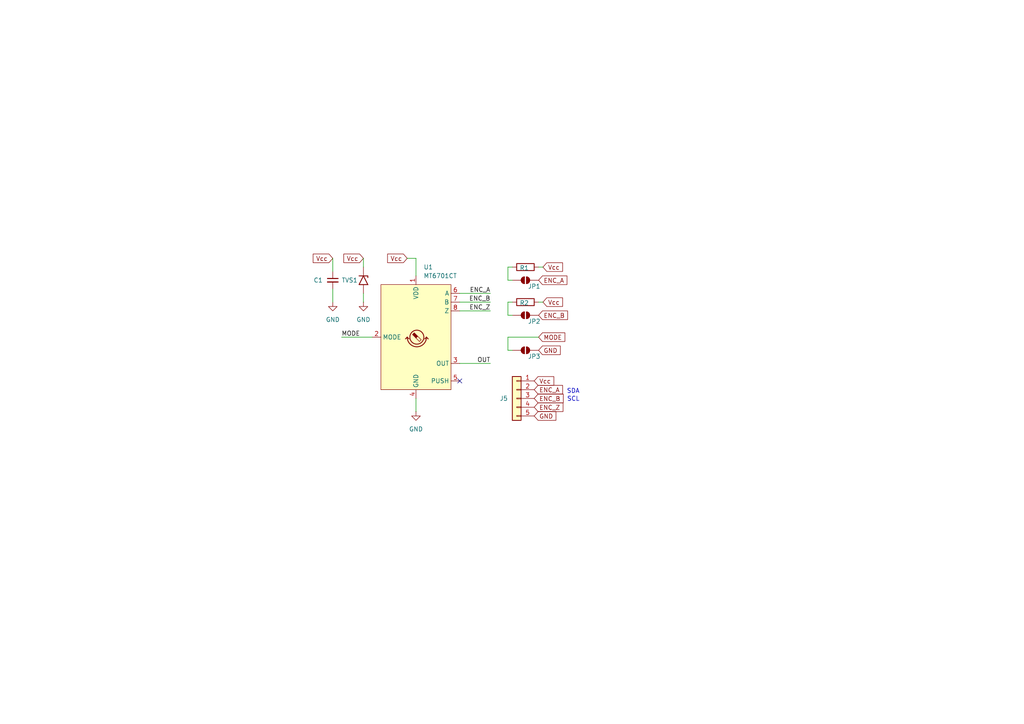
<source format=kicad_sch>
(kicad_sch (version 20231120) (generator "eeschema") (generator_version "8.0")
  (paper "A4")
  (lib_symbols
    (symbol "Connector_Generic:Conn_01x05" (pin_names (offset 1.016) hide)
      (property "Reference" "J" (at 0 7.62 0))
      (property "Value" "Conn_01x05" (at 0 -7.62 0))
      (symbol "Conn_01x05_1_1"
        (rectangle (start -1.27 -4.953) (end 0 -5.207) (stroke (width 0.1524)))
        (rectangle (start -1.27 -2.413) (end 0 -2.667) (stroke (width 0.1524)))
        (rectangle (start -1.27 0.127) (end 0 -0.127) (stroke (width 0.1524)))
        (rectangle (start -1.27 2.667) (end 0 2.413) (stroke (width 0.1524)))
        (rectangle (start -1.27 5.207) (end 0 4.953) (stroke (width 0.1524)))
        (rectangle (start -1.27 6.35) (end 1.27 -6.35) (stroke (width 0.254)) (fill (type background)))
        (pin passive line (at -5.08 5.08 0) (length 3.81) (name "Pin_1") (number "1"))
        (pin passive line (at -5.08 2.54 0) (length 3.81) (name "Pin_2") (number "2"))
        (pin passive line (at -5.08 0 0) (length 3.81) (name "Pin_3") (number "3"))
        (pin passive line (at -5.08 -2.54 0) (length 3.81) (name "Pin_4") (number "4"))
        (pin passive line (at -5.08 -5.08 0) (length 3.81) (name "Pin_5") (number "5"))
      )
    )
    (symbol "Device:C_Small" (pin_numbers hide) (pin_names (offset 0.254) hide)
      (property "Reference" "C" (at 0.254 1.778 0))
      (property "Value" "C_Small" (at 0.254 -2.032 0))
      (symbol "C_Small_0_1"
        (polyline (pts (xy -1.524 -0.508) (xy 1.524 -0.508)) (stroke (width 0.3302)))
        (polyline (pts (xy -1.524 0.508) (xy 1.524 0.508)) (stroke (width 0.3048)))
      )
      (symbol "C_Small_1_1"
        (pin passive line (at 0 2.54 270) (length 2.032) (name "~") (number "1"))
        (pin passive line (at 0 -2.54 90) (length 2.032) (name "~") (number "2"))
      )
    )
    (symbol "Device:R" (pin_numbers hide) (pin_names (offset 0))
      (property "Reference" "R" (at 2.032 0 90))
      (property "Value" "R" (at 0 0 90))
      (symbol "R_0_1"
        (rectangle (start -1.016 -2.54) (end 1.016 2.54) (stroke (width 0.254)))
      )
      (symbol "R_1_1"
        (pin passive line (at 0 3.81 270) (length 1.27) (name "~") (number "1"))
        (pin passive line (at 0 -3.81 90) (length 1.27) (name "~") (number "2"))
      )
    )
    (symbol "Diode:SM6T12A" (pin_numbers hide) (pin_names (offset 1.016) hide)
      (property "Reference" "D" (at 0 2.54 0))
      (property "Value" "SM6T12A" (at 0 -2.54 0))
      (symbol "SM6T12A_0_1"
        (polyline (pts (xy -0.762 1.27) (xy -1.27 1.27) (xy -1.27 -1.27)) (stroke (width 0.254)))
        (polyline (pts (xy 1.27 1.27) (xy 1.27 -1.27) (xy -1.27 0) (xy 1.27 1.27)) (stroke (width 0.254)))
      )
      (symbol "SM6T12A_1_1"
        (pin passive line (at -3.81 0 0) (length 2.54) (name "A1") (number "1"))
        (pin passive line (at 3.81 0 180) (length 2.54) (name "A2") (number "2"))
      )
    )
    (symbol "Jumper:SolderJumper_2_Open" (pin_numbers hide) (pin_names (offset 0) hide) (exclude_from_sim yes) (in_bom no)
      (property "Reference" "JP" (at 0 2.032 0))
      (property "Value" "SolderJumper_2_Open" (at 0 -2.54 0))
      (symbol "SolderJumper_2_Open_0_1"
        (arc (start -0.254 1.016) (mid -1.2656 0) (end -0.254 -1.016))
        (arc (start -0.254 1.016) (mid -1.2656 0) (end -0.254 -1.016) (fill (type outline)))
        (polyline (pts (xy -0.254 1.016) (xy -0.254 -1.016)))
        (polyline (pts (xy 0.254 1.016) (xy 0.254 -1.016)))
        (arc (start 0.254 -1.016) (mid 1.2656 0) (end 0.254 1.016))
        (arc (start 0.254 -1.016) (mid 1.2656 0) (end 0.254 1.016) (fill (type outline)))
      )
      (symbol "SolderJumper_2_Open_1_1"
        (pin passive line (at -3.81 0 0) (length 2.54) (name "A") (number "1"))
        (pin passive line (at 3.81 0 180) (length 2.54) (name "B") (number "2"))
      )
    )
    (symbol "Sensor_Magnetic:MT6701CT"
      (property "Reference" "U" (at -9.6632 16.4397 0))
      (property "Value" "MT6701CT" (at 5.5155 16.4397 0))
      (symbol "MT6701CT_0_1"
        (arc (start -2.54 0) (mid 0.254 -2.7819) (end 3.048 0) (stroke (width 0.254)))
        (polyline (pts (xy -2.54 0) (xy -3.048 -0.508)) (stroke (width 0.254)))
        (polyline (pts (xy -2.54 0) (xy -2.032 -0.508)) (stroke (width 0.254)))
        (polyline (pts (xy 3.048 0) (xy 2.54 -0.508)) (stroke (width 0.254)))
        (polyline (pts (xy 3.048 0) (xy 3.556 -0.508)) (stroke (width 0.254)))
      )
      (symbol "MT6701CT_1_1"
        (rectangle (start -10.16 15.24) (end 10.16 -15.24) (fill (type background)))
        (polyline (pts (xy 0.508 0.254) (xy 1.524 -0.762) (xy 1.016 -1.27) (xy 0 -0.254)))
        (polyline (pts (xy -0.508 1.27) (xy 0.508 0.254) (xy 0 -0.254) (xy -1.016 0.762) (xy -0.762 1.016) (xy -0.508 1.27) (xy -0.381 1.143)) (fill (type outline)))
        (circle (center 0.254 0) (radius 2.032) (stroke (width 0.254)))
        (pin power_in line (at 0 17.78 270) (length 2.54) (name "VDD") (number "1"))
        (pin input line (at -12.7 0 0) (length 2.54) (name "MODE") (number "2"))
        (pin output line (at 12.7 -7.62 180) (length 2.54) (name "OUT") (number "3"))
        (pin power_in line (at 0 -17.78 90) (length 2.54) (name "GND") (number "4"))
        (pin output line (at 12.7 -12.7 180) (length 2.54) (name "PUSH") (number "5"))
        (pin output line (at 12.7 12.7 180) (length 2.54) (name "A") (number "6"))
        (pin output line (at 12.7 10.16 180) (length 2.54) (name "B") (number "7"))
        (pin output line (at 12.7 7.62 180) (length 2.54) (name "Z") (number "8"))
      )
    )
    (symbol "power:GND" (power) (pin_numbers hide) (pin_names (offset 0) hide)
      (property "Value" "GND" (at 0 -3.81 0))
      (symbol "GND_0_1"
        (polyline (pts (xy 0 0) (xy 0 -1.27) (xy 1.27 -1.27) (xy 0 -2.54) (xy -1.27 -1.27) (xy 0 -1.27)))
      )
      (symbol "GND_1_1"
        (pin power_in line (at 0 0 270) (length 0) (name "~") (number "1"))
      )
    )
  )
  (no_connect (at 133.35 110.49))
  (wire (pts (xy 147.32 91.44) (xy 147.32 87.63)))
  (wire (pts (xy 120.65 80.01) (xy 120.65 74.93)))
  (wire (pts (xy 133.35 85.09) (xy 142.24 85.09)))
  (wire (pts (xy 96.52 83.82) (xy 96.52 87.63)))
  (wire (pts (xy 133.35 105.41) (xy 142.24 105.41)))
  (wire (pts (xy 147.32 87.63) (xy 148.59 87.63)))
  (wire (pts (xy 148.59 101.6) (xy 147.32 101.6)))
  (wire (pts (xy 148.59 91.44) (xy 147.32 91.44)))
  (wire (pts (xy 96.52 78.74) (xy 96.52 74.93)))
  (wire (pts (xy 147.32 81.28) (xy 147.32 77.47)))
  (wire (pts (xy 147.32 77.47) (xy 148.59 77.47)))
  (wire (pts (xy 156.21 77.47) (xy 157.48 77.47)))
  (wire (pts (xy 133.35 87.63) (xy 142.24 87.63)))
  (wire (pts (xy 105.41 74.93) (xy 105.41 77.47)))
  (wire (pts (xy 148.59 81.28) (xy 147.32 81.28)))
  (wire (pts (xy 147.32 97.79) (xy 156.21 97.79)))
  (wire (pts (xy 120.65 74.93) (xy 118.11 74.93)))
  (wire (pts (xy 147.32 101.6) (xy 147.32 97.79)))
  (wire (pts (xy 120.65 115.57) (xy 120.65 119.38)))
  (wire (pts (xy 107.95 97.79) (xy 99.06 97.79)))
  (wire (pts (xy 156.21 87.63) (xy 157.48 87.63)))
  (wire (pts (xy 105.41 85.09) (xy 105.41 87.63)))
  (wire (pts (xy 133.35 90.17) (xy 142.24 90.17)))
  (text "SDA" (at 168.148 113.538 0) (effects (font (size 1.27 1.27)) (justify right)))
  (text "SCL\n" (at 168.148 115.824 0) (effects (font (size 1.27 1.27)) (justify right)))
  (label "MODE" (at 99.06 97.79 0))
  (label "ENC_Z" (at 142.24 90.17 180))
  (label "ENC_A" (at 142.24 85.09 180))
  (label "ENC_B" (at 142.24 87.63 180))
  (label "OUT" (at 142.24 105.41 180))
  (global_label "GND" (shape input) (at 154.94 120.65 0) (property "Intersheetrefs" "${INTERSHEET_REFS}" (effects (hide yes))))
  (global_label "MODE" (shape input) (at 156.21 97.79 0) (property "Intersheetrefs" "${INTERSHEET_REFS}" (effects (hide yes))))
  (global_label "ENC_A" (shape input) (at 156.21 81.28 0) (property "Intersheetrefs" "${INTERSHEET_REFS}" (effects (hide yes))))
  (global_label "GND" (shape input) (at 156.21 101.6 0) (property "Intersheetrefs" "${INTERSHEET_REFS}" (effects (hide yes))))
  (global_label "Vcc" (shape input) (at 157.48 87.63 0) (property "Intersheetrefs" "${INTERSHEET_REFS}" (effects (hide yes))))
  (global_label "ENC_Z" (shape input) (at 154.94 118.11 0) (property "Intersheetrefs" "${INTERSHEET_REFS}" (effects (hide yes))))
  (global_label "Vcc" (shape input) (at 96.52 74.93 180) (property "Intersheetrefs" "${INTERSHEET_REFS}" (effects (hide yes))))
  (global_label "ENC_A" (shape input) (at 154.94 113.03 0) (property "Intersheetrefs" "${INTERSHEET_REFS}" (effects (hide yes))))
  (global_label "Vcc" (shape input) (at 105.41 74.93 180) (property "Intersheetrefs" "${INTERSHEET_REFS}" (effects (hide yes))))
  (global_label "Vcc" (shape input) (at 157.48 77.47 0) (property "Intersheetrefs" "${INTERSHEET_REFS}" (effects (hide yes))))
  (global_label "ENC_B" (shape input) (at 154.94 115.57 0) (property "Intersheetrefs" "${INTERSHEET_REFS}" (effects (hide yes))))
  (global_label "Vcc" (shape input) (at 154.94 110.49 0) (property "Intersheetrefs" "${INTERSHEET_REFS}" (effects (hide yes))))
  (global_label "ENC_B" (shape input) (at 156.21 91.44 0) (property "Intersheetrefs" "${INTERSHEET_REFS}" (effects (hide yes))))
  (global_label "Vcc" (shape input) (at 118.11 74.93 180) (property "Intersheetrefs" "${INTERSHEET_REFS}" (effects (hide yes))))
  (symbol (lib_id "Device:C_Small") (at 96.52 81.28 0) (unit 1)
    (property "Reference" "C1" (at 90.932 81.28 0) (effects (justify left)))
    (property "Value" "C_Small" (effects (hide yes)))
    (property "Footprint" "Capacitor_SMD:C_0603_1608Metric" (effects (hide yes)))
    (property "Description" "Unpolarized capacitor, small symbol" (effects (hide yes)))
  )
  (symbol (lib_id "Sensor_Magnetic:MT6701CT") (at 120.65 97.79 0) (unit 1)
    (property "Reference" "U1" (at 122.8441 77.47 0) (effects (justify left)))
    (property "Value" "MT6701CT" (at 122.8441 80.01 0) (effects (justify left)))
    (property "Footprint" "Package_SO:SO-8_3.9x4.9mm_P1.27mm" (effects (hide yes)))
    (property "Datasheet" "https://www.magntek.com.cn/upload/MT6701_Rev.1.5.pdf" (effects (hide yes)))
    (property "Description" "Hall Based Angle Position Encoder Sensor, I2C, SSI, ABZ & UVW interfaces, 3.3..5V supply, SOIC-8" (effects (hide yes)))
  )
  (symbol (lib_id "power:GND") (at 96.52 87.63 0) (unit 1)
    (property "Reference" "#PWR02" (effects (hide yes)))
    (property "Value" "GND" (at 96.52 92.71 0))
    (property "Description" "Power symbol creates a global label with name \"GND\" , ground" (effects (hide yes)))
  )
  (symbol (lib_id "power:GND") (at 120.65 119.38 0) (unit 1)
    (property "Reference" "#PWR01" (effects (hide yes)))
    (property "Value" "GND" (at 120.65 124.46 0))
    (property "Description" "Power symbol creates a global label with name \"GND\" , ground" (effects (hide yes)))
  )
  (symbol (lib_id "Diode:SM6T12A") (at 105.41 81.28 270) (unit 1)
    (property "Reference" "TVS1" (at 99.06 81.28 90) (effects (justify left)))
    (property "Value" "SMFJ6.0A / SMFJ6.0CA" (effects (hide yes)))
    (property "Footprint" "Capacitor_SMD:C_0805_2012Metric" (effects (hide yes)))
  )
  (symbol (lib_id "Connector_Generic:Conn_01x05") (at 149.86 115.57 0) (mirror y) (unit 1)
    (property "Reference" "J5" (at 147.32 115.5699 0) (effects (justify left)))
    (property "Value" "Conn_01x05" (effects (hide yes)))
    (property "Footprint" "Connector_PinHeader_2.54mm:PinHeader_1x05_P2.54mm_Vertical" (effects (hide yes)))
    (property "Description" "Generic connector, single row, 01x05, script generated (kicad-library-utils/schlib/autogen/connector/)" (effects (hide yes)))
  )
  (symbol (lib_id "power:GND") (at 105.41 87.63 0) (unit 1)
    (property "Reference" "#PWR03" (effects (hide yes)))
    (property "Value" "GND" (at 105.41 92.71 0))
    (property "Description" "Power symbol creates a global label with name \"GND\" , ground" (effects (hide yes)))
  )
  (symbol (lib_id "Jumper:SolderJumper_2_Open") (at 152.4 81.28 0) (unit 1) (exclude_from_sim yes) (in_bom no)
    (property "Reference" "JP1" (at 154.94 83.058 0))
    (property "Value" "SolderJumper_2_Open" (effects (hide yes)))
    (property "Footprint" "Jumper:SolderJumper-2_P1.3mm_Open_RoundedPad1.0x1.5mm" (effects (hide yes)))
    (property "Description" "Solder Jumper, 2-pole, open" (effects (hide yes)))
  )
  (symbol (lib_id "Jumper:SolderJumper_2_Open") (at 152.4 91.44 0) (unit 1) (exclude_from_sim yes) (in_bom no)
    (property "Reference" "JP2" (at 154.94 93.218 0))
    (property "Value" "SolderJumper_2_Open" (effects (hide yes)))
    (property "Footprint" "Jumper:SolderJumper-2_P1.3mm_Open_RoundedPad1.0x1.5mm" (effects (hide yes)))
    (property "Description" "Solder Jumper, 2-pole, open" (effects (hide yes)))
  )
  (symbol (lib_id "Jumper:SolderJumper_2_Open") (at 152.4 101.6 0) (unit 1) (exclude_from_sim yes) (in_bom no)
    (property "Reference" "JP3" (at 154.94 103.378 0))
    (property "Value" "SolderJumper_2_Open" (effects (hide yes)))
    (property "Footprint" "Jumper:SolderJumper-2_P1.3mm_Open_RoundedPad1.0x1.5mm" (effects (hide yes)))
    (property "Description" "Solder Jumper, 2-pole, open" (effects (hide yes)))
  )
  (symbol (lib_id "Device:R") (at 152.4 77.47 90) (unit 1)
    (property "Reference" "R1" (at 153.416 77.724 90) (effects (justify left)))
    (property "Value" "R" (effects (hide yes)))
    (property "Footprint" "Resistor_SMD:R_0603_1608Metric" (effects (hide yes)))
    (property "Description" "Resistor" (effects (hide yes)))
  )
  (symbol (lib_id "Device:R") (at 152.4 87.63 90) (unit 1)
    (property "Reference" "R2" (at 153.416 87.884 90) (effects (justify left)))
    (property "Value" "R" (effects (hide yes)))
    (property "Footprint" "Resistor_SMD:R_0603_1608Metric" (effects (hide yes)))
    (property "Description" "Resistor" (effects (hide yes)))
  )
)
</source>
